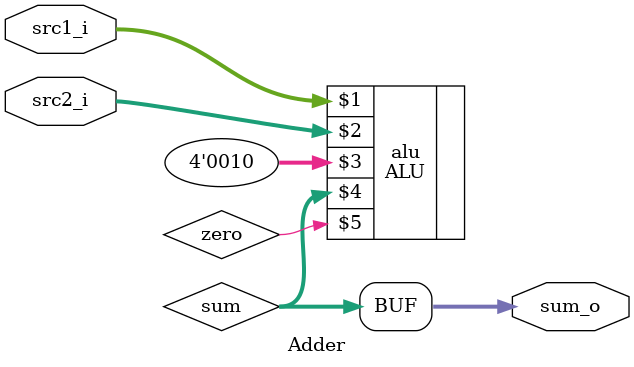
<source format=v>


module Adder(
    src1_i,
	src2_i,
	sum_o
	);
     
//I/O ports
input  [32-1:0]  src1_i;
input  [32-1:0]	 src2_i;
output [32-1:0]	 sum_o;

//Internal Signals
wire    [32-1:0]	 sum_o;

//Parameter
wire	[31:0]sum;
wire		zero;
//Main function
ALU alu(src1_i,src2_i,4'b0010,sum,zero);
assign sum_o = sum;
endmodule





                    
                    
</source>
